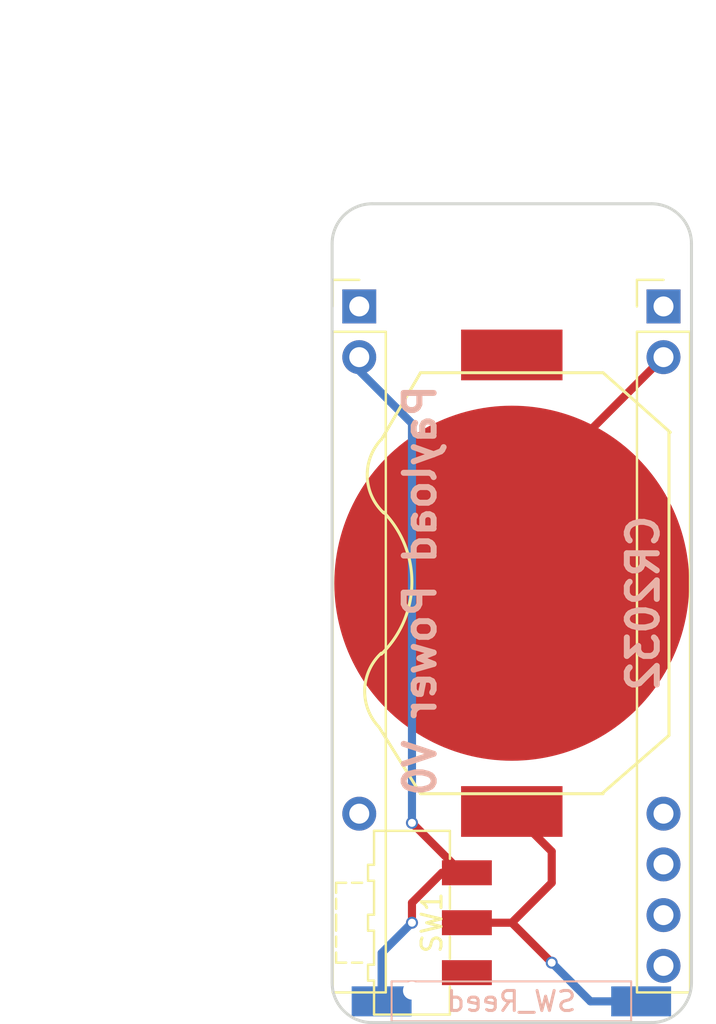
<source format=kicad_pcb>
(kicad_pcb (version 4) (host pcbnew 4.0.7)

  (general
    (links 6)
    (no_connects 1)
    (area 128.104999 73.524999 146.255001 114.675001)
    (thickness 1.6)
    (drawings 20)
    (tracks 22)
    (zones 0)
    (modules 5)
    (nets 12)
  )

  (page A4)
  (layers
    (0 F.Cu signal)
    (31 B.Cu signal)
    (32 B.Adhes user)
    (33 F.Adhes user)
    (34 B.Paste user)
    (35 F.Paste user)
    (36 B.SilkS user)
    (37 F.SilkS user)
    (38 B.Mask user)
    (39 F.Mask user)
    (40 Dwgs.User user)
    (41 Cmts.User user)
    (42 Eco1.User user)
    (43 Eco2.User user hide)
    (44 Edge.Cuts user)
    (45 Margin user)
    (46 B.CrtYd user)
    (47 F.CrtYd user)
    (48 B.Fab user)
    (49 F.Fab user hide)
  )

  (setup
    (last_trace_width 0.25)
    (user_trace_width 0.254)
    (user_trace_width 0.3048)
    (user_trace_width 0.4064)
    (user_trace_width 0.6096)
    (trace_clearance 0.2)
    (zone_clearance 0.508)
    (zone_45_only no)
    (trace_min 0.2)
    (segment_width 0.2)
    (edge_width 0.15)
    (via_size 0.6)
    (via_drill 0.4)
    (via_min_size 0.4)
    (via_min_drill 0.3)
    (uvia_size 0.3)
    (uvia_drill 0.1)
    (uvias_allowed no)
    (uvia_min_size 0.2)
    (uvia_min_drill 0.1)
    (pcb_text_width 0.3)
    (pcb_text_size 1.5 1.5)
    (mod_edge_width 0.15)
    (mod_text_size 1 1)
    (mod_text_width 0.15)
    (pad_size 1.6 1.6)
    (pad_drill 0.508)
    (pad_to_mask_clearance 0)
    (aux_axis_origin -2.54 3.81)
    (grid_origin 170.18 101.6)
    (visible_elements 7FFFFFFF)
    (pcbplotparams
      (layerselection 0x00030_80000001)
      (usegerberextensions false)
      (excludeedgelayer true)
      (linewidth 0.100000)
      (plotframeref false)
      (viasonmask false)
      (mode 1)
      (useauxorigin false)
      (hpglpennumber 1)
      (hpglpenspeed 20)
      (hpglpendiameter 15)
      (hpglpenoverlay 2)
      (psnegative false)
      (psa4output false)
      (plotreference true)
      (plotvalue true)
      (plotinvisibletext false)
      (padsonsilk false)
      (subtractmaskfromsilk false)
      (outputformat 1)
      (mirror false)
      (drillshape 1)
      (scaleselection 1)
      (outputdirectory ""))
  )

  (net 0 "")
  (net 1 GND)
  (net 2 VCC)
  (net 3 /SCL)
  (net 4 /SDA)
  (net 5 "Net-(J1-Pad1)")
  (net 6 "Net-(J2-Pad1)")
  (net 7 "Net-(J2-Pad13)")
  (net 8 "Net-(J2-Pad14)")
  (net 9 /D13)
  (net 10 "Net-(BT1-Pad1)")
  (net 11 "Net-(SW1-Pad3)")

  (net_class Default "This is the default net class."
    (clearance 0.2)
    (trace_width 0.25)
    (via_dia 0.6)
    (via_drill 0.4)
    (uvia_dia 0.3)
    (uvia_drill 0.1)
    (add_net /D13)
    (add_net /SCL)
    (add_net /SDA)
    (add_net GND)
    (add_net "Net-(BT1-Pad1)")
    (add_net "Net-(J1-Pad1)")
    (add_net "Net-(J2-Pad1)")
    (add_net "Net-(J2-Pad13)")
    (add_net "Net-(J2-Pad14)")
    (add_net "Net-(SW1-Pad3)")
    (add_net VCC)
  )

  (module Pin_Headers:Pin_Header_Straight_1x14_Pitch2.54mm (layer F.Cu) (tedit 5B562AAF) (tstamp 5B56098B)
    (at 144.78 78.74)
    (descr "Through hole straight pin header, 1x14, 2.54mm pitch, single row")
    (tags "Through hole pin header THT 1x14 2.54mm single row")
    (path /5B5636FE)
    (fp_text reference J2 (at 0 -2.33) (layer F.SilkS) hide
      (effects (font (size 1 1) (thickness 0.15)))
    )
    (fp_text value "Itsy Right" (at 0 35.35) (layer F.Fab)
      (effects (font (size 1 1) (thickness 0.15)))
    )
    (fp_line (start -0.635 -1.27) (end 1.27 -1.27) (layer F.Fab) (width 0.1))
    (fp_line (start 1.27 -1.27) (end 1.27 34.29) (layer F.Fab) (width 0.1))
    (fp_line (start 1.27 34.29) (end -1.27 34.29) (layer F.Fab) (width 0.1))
    (fp_line (start -1.27 34.29) (end -1.27 -0.635) (layer F.Fab) (width 0.1))
    (fp_line (start -1.27 -0.635) (end -0.635 -1.27) (layer F.Fab) (width 0.1))
    (fp_line (start -1.33 34.35) (end 1.33 34.35) (layer F.SilkS) (width 0.12))
    (fp_line (start -1.33 1.27) (end -1.33 34.35) (layer F.SilkS) (width 0.12))
    (fp_line (start 1.33 1.27) (end 1.33 34.35) (layer F.SilkS) (width 0.12))
    (fp_line (start -1.33 1.27) (end 1.33 1.27) (layer F.SilkS) (width 0.12))
    (fp_line (start -1.33 0) (end -1.33 -1.33) (layer F.SilkS) (width 0.12))
    (fp_line (start -1.33 -1.33) (end 0 -1.33) (layer F.SilkS) (width 0.12))
    (fp_line (start -1.8 -1.8) (end -1.8 34.8) (layer F.CrtYd) (width 0.05))
    (fp_line (start -1.8 34.8) (end 1.8 34.8) (layer F.CrtYd) (width 0.05))
    (fp_line (start 1.8 34.8) (end 1.8 -1.8) (layer F.CrtYd) (width 0.05))
    (fp_line (start 1.8 -1.8) (end -1.8 -1.8) (layer F.CrtYd) (width 0.05))
    (fp_text user %R (at 0 16.51 90) (layer F.Fab)
      (effects (font (size 1 1) (thickness 0.15)))
    )
    (pad 1 thru_hole rect (at 0 0) (size 1.7 1.7) (drill 1) (layers *.Cu *.Mask)
      (net 6 "Net-(J2-Pad1)"))
    (pad 2 thru_hole oval (at 0 2.54) (size 1.7 1.7) (drill 1) (layers *.Cu *.Mask)
      (net 1 GND))
    (pad 11 thru_hole oval (at 0 25.4) (size 1.7 1.7) (drill 1) (layers *.Cu *.Mask)
      (net 3 /SCL))
    (pad 12 thru_hole oval (at 0 27.94) (size 1.7 1.7) (drill 1) (layers *.Cu *.Mask)
      (net 4 /SDA))
    (pad 13 thru_hole oval (at 0 30.48) (size 1.7 1.7) (drill 1) (layers *.Cu *.Mask)
      (net 7 "Net-(J2-Pad13)"))
    (pad 14 thru_hole oval (at 0 33.02) (size 1.7 1.7) (drill 1) (layers *.Cu *.Mask)
      (net 8 "Net-(J2-Pad14)"))
    (model ${KISYS3DMOD}/Pin_Headers.3dshapes/Pin_Header_Straight_1x14_Pitch2.54mm.wrl
      (at (xyz 0 0 0))
      (scale (xyz 1 1 1))
      (rotate (xyz 0 0 0))
    )
  )

  (module Pin_Headers:Pin_Header_Straight_1x14_Pitch2.54mm (layer F.Cu) (tedit 5B562A8F) (tstamp 5B560969)
    (at 129.54 78.74)
    (descr "Through hole straight pin header, 1x14, 2.54mm pitch, single row")
    (tags "Through hole pin header THT 1x14 2.54mm single row")
    (path /5B5636A7)
    (fp_text reference J1 (at 0 -2.33) (layer F.SilkS) hide
      (effects (font (size 1 1) (thickness 0.15)))
    )
    (fp_text value "Isty Left" (at 0 35.35) (layer F.Fab)
      (effects (font (size 1 1) (thickness 0.15)))
    )
    (fp_line (start -0.635 -1.27) (end 1.27 -1.27) (layer F.Fab) (width 0.1))
    (fp_line (start 1.27 -1.27) (end 1.27 34.29) (layer F.Fab) (width 0.1))
    (fp_line (start 1.27 34.29) (end -1.27 34.29) (layer F.Fab) (width 0.1))
    (fp_line (start -1.27 34.29) (end -1.27 -0.635) (layer F.Fab) (width 0.1))
    (fp_line (start -1.27 -0.635) (end -0.635 -1.27) (layer F.Fab) (width 0.1))
    (fp_line (start -1.33 34.35) (end 1.33 34.35) (layer F.SilkS) (width 0.12))
    (fp_line (start -1.33 1.27) (end -1.33 34.35) (layer F.SilkS) (width 0.12))
    (fp_line (start 1.33 1.27) (end 1.33 34.35) (layer F.SilkS) (width 0.12))
    (fp_line (start -1.33 1.27) (end 1.33 1.27) (layer F.SilkS) (width 0.12))
    (fp_line (start -1.33 0) (end -1.33 -1.33) (layer F.SilkS) (width 0.12))
    (fp_line (start -1.33 -1.33) (end 0 -1.33) (layer F.SilkS) (width 0.12))
    (fp_line (start -1.8 -1.8) (end -1.8 34.8) (layer F.CrtYd) (width 0.05))
    (fp_line (start -1.8 34.8) (end 1.8 34.8) (layer F.CrtYd) (width 0.05))
    (fp_line (start 1.8 34.8) (end 1.8 -1.8) (layer F.CrtYd) (width 0.05))
    (fp_line (start 1.8 -1.8) (end -1.8 -1.8) (layer F.CrtYd) (width 0.05))
    (fp_text user %R (at 0 16.51 90) (layer F.Fab)
      (effects (font (size 1 1) (thickness 0.15)))
    )
    (pad 1 thru_hole rect (at 0 0) (size 1.7 1.7) (drill 1) (layers *.Cu *.Mask)
      (net 5 "Net-(J1-Pad1)"))
    (pad 2 thru_hole oval (at 0 2.54) (size 1.7 1.7) (drill 1) (layers *.Cu *.Mask)
      (net 2 VCC))
    (pad 11 thru_hole oval (at 0 25.4) (size 1.7 1.7) (drill 1) (layers *.Cu *.Mask)
      (net 9 /D13))
    (model ${KISYS3DMOD}/Pin_Headers.3dshapes/Pin_Header_Straight_1x14_Pitch2.54mm.wrl
      (at (xyz 0 0 0))
      (scale (xyz 1 1 1))
      (rotate (xyz 0 0 0))
    )
  )

  (module Buttons_Switches_SMD:SW_SPDT_CK-JS102011SAQN (layer F.Cu) (tedit 5B562C08) (tstamp 5B562485)
    (at 132.18 109.6 270)
    (descr http://www.ckswitches.com/media/1422/js.pdf)
    (tags "switch spdt")
    (path /5B4A3BF4)
    (attr smd)
    (fp_text reference SW1 (at 0 -1 270) (layer F.SilkS)
      (effects (font (size 1 1) (thickness 0.15)))
    )
    (fp_text value SW_SPDT (at 0 -2.9 270) (layer F.Fab)
      (effects (font (size 1 1) (thickness 0.15)))
    )
    (fp_line (start -4.5 -1.8) (end 4.5 -1.8) (layer F.Fab) (width 0.1))
    (fp_line (start 4.5 -1.8) (end 4.5 1.8) (layer F.Fab) (width 0.1))
    (fp_line (start 4.5 1.8) (end -4.4 1.8) (layer F.Fab) (width 0.1))
    (fp_line (start -4.4 1.8) (end -4.5 1.8) (layer F.Fab) (width 0.1))
    (fp_line (start -4.5 1.8) (end -4.5 1.8) (layer F.Fab) (width 0.1))
    (fp_line (start -4.5 -1.8) (end -4.5 1.8) (layer F.Fab) (width 0.1))
    (fp_line (start -4.5 1.8) (end -4.5 1.8) (layer F.Fab) (width 0.1))
    (fp_text user %R (at 0 0 270) (layer F.Fab)
      (effects (font (size 1 1) (thickness 0.15)))
    )
    (fp_line (start -1.5 1.8) (end -1.5 1.8) (layer F.Fab) (width 0.1))
    (fp_line (start 3.2 -1.9) (end 4.6 -1.9) (layer F.SilkS) (width 0.12))
    (fp_line (start 4.6 -1.9) (end 4.6 1.9) (layer F.SilkS) (width 0.12))
    (fp_line (start -4.6 1.9) (end -4.6 -1.9) (layer F.SilkS) (width 0.12))
    (fp_line (start -4.6 -1.9) (end -3.2 -1.9) (layer F.SilkS) (width 0.12))
    (fp_line (start 1.8 -1.9) (end 0.7 -1.9) (layer F.SilkS) (width 0.12))
    (fp_line (start 0.7 -1.9) (end 0.7 -1.9) (layer F.SilkS) (width 0.12))
    (fp_line (start -0.7 -1.9) (end -1.8 -1.9) (layer F.SilkS) (width 0.12))
    (fp_line (start -1.8 -1.9) (end -1.8 -1.9) (layer F.SilkS) (width 0.12))
    (fp_line (start 0.3 1.8) (end 0.3 2.1) (layer F.Fab) (width 0.1))
    (fp_line (start 0.3 2.1) (end -0.3 2.1) (layer F.Fab) (width 0.1))
    (fp_line (start -0.3 2.1) (end -0.3 1.8) (layer F.Fab) (width 0.1))
    (fp_line (start -0.3 1.8) (end -0.3 1.8) (layer F.Fab) (width 0.1))
    (fp_line (start -2.2 1.8) (end -2.2 2.1) (layer F.Fab) (width 0.1))
    (fp_line (start -2.2 2.1) (end -2.8 2.1) (layer F.Fab) (width 0.1))
    (fp_line (start -2.8 2.1) (end -2.8 1.8) (layer F.Fab) (width 0.1))
    (fp_line (start -2.8 1.8) (end -2.8 1.8) (layer F.Fab) (width 0.1))
    (fp_line (start 2.2 1.8) (end 2.2 2.1) (layer F.Fab) (width 0.1))
    (fp_line (start 2.2 2.1) (end 2.8 2.1) (layer F.Fab) (width 0.1))
    (fp_line (start 2.8 2.1) (end 2.8 1.8) (layer F.Fab) (width 0.1))
    (fp_line (start 2.8 1.8) (end 2.8 1.8) (layer F.Fab) (width 0.1))
    (fp_line (start 4.6 1.9) (end 2.9 1.9) (layer F.SilkS) (width 0.12))
    (fp_line (start 2.9 1.9) (end 2.9 2.2) (layer F.SilkS) (width 0.12))
    (fp_line (start 2.9 2.2) (end 2.1 2.2) (layer F.SilkS) (width 0.12))
    (fp_line (start 2.1 2.2) (end 2.1 1.9) (layer F.SilkS) (width 0.12))
    (fp_line (start 2.1 1.9) (end 0.4 1.9) (layer F.SilkS) (width 0.12))
    (fp_line (start 0.4 1.9) (end 0.4 2.2) (layer F.SilkS) (width 0.12))
    (fp_line (start 0.4 2.2) (end -0.4 2.2) (layer F.SilkS) (width 0.12))
    (fp_line (start -0.4 2.2) (end -0.4 1.9) (layer F.SilkS) (width 0.12))
    (fp_line (start -0.4 1.9) (end -2.1 1.9) (layer F.SilkS) (width 0.12))
    (fp_line (start -2.1 1.9) (end -2.1 2.2) (layer F.SilkS) (width 0.12))
    (fp_line (start -2.1 2.2) (end -2.9 2.2) (layer F.SilkS) (width 0.12))
    (fp_line (start -2.9 2.2) (end -2.9 1.9) (layer F.SilkS) (width 0.12))
    (fp_line (start -2.9 1.9) (end -4.6 1.9) (layer F.SilkS) (width 0.12))
    (fp_line (start -4.6 1.9) (end -4.6 1.9) (layer F.SilkS) (width 0.12))
    (fp_line (start -0.5 1.8) (end -0.5 3.8) (layer F.Fab) (width 0.1))
    (fp_line (start -0.5 3.8) (end -2 3.8) (layer F.Fab) (width 0.1))
    (fp_line (start -2 3.8) (end -2 1.8) (layer F.Fab) (width 0.1))
    (fp_line (start -2 1.8) (end -2 1.8) (layer F.Fab) (width 0.1))
    (fp_line (start -5 -2.25) (end -5 2.25) (layer F.CrtYd) (width 0.05))
    (fp_line (start -5 2.25) (end -3.25 2.25) (layer F.CrtYd) (width 0.05))
    (fp_line (start -3.25 2.25) (end -3.25 2.75) (layer F.CrtYd) (width 0.05))
    (fp_line (start -3.25 2.75) (end -2.5 2.75) (layer F.CrtYd) (width 0.05))
    (fp_line (start -2.5 2.75) (end -2.5 4.25) (layer F.CrtYd) (width 0.05))
    (fp_line (start -2.5 4.25) (end 2.5 4.25) (layer F.CrtYd) (width 0.05))
    (fp_line (start 2.5 4.25) (end 2.5 2.5) (layer F.CrtYd) (width 0.05))
    (fp_line (start 2.5 2.5) (end 3.25 2.5) (layer F.CrtYd) (width 0.05))
    (fp_line (start 3.25 2.5) (end 3.25 2.25) (layer F.CrtYd) (width 0.05))
    (fp_line (start 3.25 2.25) (end 5 2.25) (layer F.CrtYd) (width 0.05))
    (fp_line (start 5 2.25) (end 5 -2.25) (layer F.CrtYd) (width 0.05))
    (fp_line (start 5 -2.25) (end 3.5 -2.25) (layer F.CrtYd) (width 0.05))
    (fp_line (start 3.5 -2.25) (end 3.5 -4.5) (layer F.CrtYd) (width 0.05))
    (fp_line (start 3.5 -4.5) (end -3.5 -4.5) (layer F.CrtYd) (width 0.05))
    (fp_line (start -3.5 -4.5) (end -3.5 -2.25) (layer F.CrtYd) (width 0.05))
    (fp_line (start -3.5 -2.25) (end -5 -2.25) (layer F.CrtYd) (width 0.05))
    (fp_line (start -5 -2.25) (end -5 -2.25) (layer F.CrtYd) (width 0.05))
    (fp_line (start -2 3.8) (end -2 3.3) (layer F.SilkS) (width 0.12))
    (fp_line (start -2 3.3) (end -2 3.3) (layer F.SilkS) (width 0.12))
    (fp_line (start -2 3.8) (end -1.5 3.8) (layer F.SilkS) (width 0.12))
    (fp_line (start -1.5 3.8) (end -1.5 3.8) (layer F.SilkS) (width 0.12))
    (fp_line (start 2 3.8) (end 1.5 3.8) (layer F.SilkS) (width 0.12))
    (fp_line (start 1.5 3.8) (end 1.5 3.8) (layer F.SilkS) (width 0.12))
    (fp_line (start 2 3.8) (end 2 3.3) (layer F.SilkS) (width 0.12))
    (fp_line (start 2 3.3) (end 2 3.3) (layer F.SilkS) (width 0.12))
    (fp_line (start 2 3) (end 2 2.5) (layer F.SilkS) (width 0.12))
    (fp_line (start 2 2.5) (end 2 2.5) (layer F.SilkS) (width 0.12))
    (fp_line (start -2 3) (end -2 2.5) (layer F.SilkS) (width 0.12))
    (fp_line (start -2 2.5) (end -2 2.5) (layer F.SilkS) (width 0.12))
    (fp_line (start -1.2 3.8) (end -0.7 3.8) (layer F.SilkS) (width 0.12))
    (fp_line (start -0.7 3.8) (end -0.7 3.8) (layer F.SilkS) (width 0.12))
    (fp_line (start 1.2 3.8) (end 0.7 3.8) (layer F.SilkS) (width 0.12))
    (fp_line (start 0.7 3.8) (end 0.7 3.8) (layer F.SilkS) (width 0.12))
    (fp_line (start 0.4 3.8) (end -0.4 3.8) (layer F.SilkS) (width 0.12))
    (fp_line (start -0.4 3.8) (end -0.4 3.8) (layer F.SilkS) (width 0.12))
    (pad 1 smd rect (at -2.5 -2.75 270) (size 1.25 2.5) (layers F.Cu F.Paste F.Mask)
      (net 2 VCC))
    (pad 2 smd rect (at 0 -2.75 270) (size 1.25 2.5) (layers F.Cu F.Paste F.Mask)
      (net 10 "Net-(BT1-Pad1)"))
    (pad 3 smd rect (at 2.5 -2.75 270) (size 1.25 2.5) (layers F.Cu F.Paste F.Mask)
      (net 11 "Net-(SW1-Pad3)"))
    (pad "" np_thru_hole circle (at -3.4 0 270) (size 0.9 0.9) (drill 0.9) (layers *.Cu *.Mask))
    (pad "" np_thru_hole circle (at 3.4 0 270) (size 0.9 0.9) (drill 0.9) (layers *.Cu *.Mask))
    (model ${KISYS3DMOD}/Buttons_Switches_SMD.3dshapes/SW_SPDT_CK-JS102011SAQN.wrl
      (at (xyz 0 0 0))
      (scale (xyz 1 1 1))
      (rotate (xyz 0 0 0))
    )
  )

  (module footprints:REED_SWITCH (layer B.Cu) (tedit 5B562C0A) (tstamp 5B562494)
    (at 137.16 113.538)
    (descr "Resistor SMD 1206, reflow soldering, Vishay (see dcrcw.pdf)")
    (tags "resistor 1206")
    (path /5B4A076E)
    (attr smd)
    (fp_text reference SW2 (at 0.02 0.062) (layer B.SilkS) hide
      (effects (font (size 1 1) (thickness 0.15)) (justify mirror))
    )
    (fp_text value SW_Reed (at 0 0) (layer B.SilkS)
      (effects (font (size 1 1) (thickness 0.15)) (justify mirror))
    )
    (fp_line (start -6 1) (end 6 1) (layer B.SilkS) (width 0.1))
    (fp_line (start 6 1) (end 6 -1) (layer B.SilkS) (width 0.1))
    (fp_line (start 6 -1) (end -6 -1) (layer B.SilkS) (width 0.1))
    (fp_line (start -6 -1) (end -6 1) (layer B.SilkS) (width 0.1))
    (fp_text user %R (at 0 0) (layer B.Fab)
      (effects (font (size 0.7 0.7) (thickness 0.105)) (justify mirror))
    )
    (fp_line (start -2.15 1.11) (end 2.15 1.11) (layer B.CrtYd) (width 0.05))
    (fp_line (start -2.15 1.11) (end -2.15 -1.1) (layer B.CrtYd) (width 0.05))
    (fp_line (start 2.15 -1.1) (end 2.15 1.11) (layer B.CrtYd) (width 0.05))
    (fp_line (start 2.15 -1.1) (end -2.15 -1.1) (layer B.CrtYd) (width 0.05))
    (pad 1 smd rect (at -6.5 0) (size 3 1.5) (layers B.Cu B.Paste B.Mask)
      (net 2 VCC))
    (pad 2 smd rect (at 6.5 0) (size 3 1.5) (layers B.Cu B.Paste B.Mask)
      (net 10 "Net-(BT1-Pad1)"))
    (model ${KISYS3DMOD}/Resistors_SMD.3dshapes/R_1206.wrl
      (at (xyz 0 0 0))
      (scale (xyz 1 1 1))
      (rotate (xyz 0 0 0))
    )
  )

  (module footprints:BATT_CR2032_SMD (layer F.Cu) (tedit 56CFB5D2) (tstamp 5B5626E9)
    (at 137.18 92.6 270)
    (tags battery)
    (path /5AF1FE3D)
    (fp_text reference BT1 (at 0 5.08 270) (layer F.SilkS) hide
      (effects (font (size 1.72974 1.08712) (thickness 0.27178)))
    )
    (fp_text value Battery_Cell (at 0 -2.54 270) (layer F.SilkS) hide
      (effects (font (size 1.524 1.016) (thickness 0.254)))
    )
    (fp_line (start -7.1755 6.5405) (end -10.541 4.572) (layer F.SilkS) (width 0.15))
    (fp_line (start 7.1755 6.6675) (end 10.541 4.572) (layer F.SilkS) (width 0.15))
    (fp_arc (start -5.4229 4.6355) (end -3.5179 6.4135) (angle 90) (layer F.SilkS) (width 0.15))
    (fp_arc (start 5.4102 4.7625) (end 7.1882 6.6675) (angle 90) (layer F.SilkS) (width 0.15))
    (fp_arc (start -0.0635 10.033) (end -3.556 6.4135) (angle 90) (layer F.SilkS) (width 0.15))
    (fp_line (start 7.62 -7.874) (end 10.541 -4.5085) (layer F.SilkS) (width 0.15))
    (fp_line (start -10.541 -4.572) (end -7.5565 -7.9375) (layer F.SilkS) (width 0.15))
    (fp_line (start -7.62 -7.874) (end 7.62 -7.874) (layer F.SilkS) (width 0.15))
    (fp_line (start -10.541 4.572) (end -10.541 -4.572) (layer F.SilkS) (width 0.15))
    (fp_line (start 10.541 4.572) (end 10.541 -4.572) (layer F.SilkS) (width 0.15))
    (fp_circle (center 0 0) (end -10.16 0) (layer Dwgs.User) (width 0.15))
    (pad 2 smd circle (at 0 0 270) (size 17.78 17.78) (layers F.Cu F.Paste F.Mask)
      (net 1 GND))
    (pad 1 smd rect (at -11.43 0 270) (size 2.54 5.08) (layers F.Cu F.Paste F.Mask)
      (net 10 "Net-(BT1-Pad1)"))
    (pad 1 smd rect (at 11.43 0 270) (size 2.54 5.08) (layers F.Cu F.Paste F.Mask)
      (net 10 "Net-(BT1-Pad1)"))
  )

  (gr_text CR2032 (at 143.764 93.599 90) (layer B.SilkS)
    (effects (font (size 1.5 1.5) (thickness 0.3)) (justify mirror))
  )
  (gr_text "Payload Power V0" (at 132.588 92.964 90) (layer B.SilkS)
    (effects (font (size 1.5 1.5) (thickness 0.3)) (justify mirror))
  )
  (gr_line (start 128.18 75.6) (end 128.18 112.6) (angle 90) (layer Edge.Cuts) (width 0.15))
  (gr_line (start 146.18 112.6) (end 146.18 75.6) (angle 90) (layer Edge.Cuts) (width 0.15))
  (gr_line (start 139.7 81.28) (end 134.62 81.28) (angle 90) (layer Dwgs.User) (width 0.2))
  (gr_line (start 139.7 78.74) (end 139.7 81.28) (angle 90) (layer Dwgs.User) (width 0.2))
  (gr_line (start 134.62 78.74) (end 139.7 78.74) (angle 90) (layer Dwgs.User) (width 0.2))
  (gr_line (start 134.62 81.28) (end 134.62 78.74) (angle 90) (layer Dwgs.User) (width 0.2))
  (gr_line (start 134.62 78.74) (end 134.62 81.28) (angle 90) (layer Dwgs.User) (width 0.2))
  (gr_circle (center 137.16 91.44) (end 144.78 96.52) (layer Dwgs.User) (width 0.2))
  (dimension 18 (width 0.3) (layer Dwgs.User)
    (gr_text "18.000 mm" (at 137.18 65.25) (layer Dwgs.User)
      (effects (font (size 1.5 1.5) (thickness 0.3)))
    )
    (feature1 (pts (xy 146.18 73.6) (xy 146.18 63.9)))
    (feature2 (pts (xy 128.18 73.6) (xy 128.18 63.9)))
    (crossbar (pts (xy 128.18 66.6) (xy 146.18 66.6)))
    (arrow1a (pts (xy 146.18 66.6) (xy 145.053496 67.186421)))
    (arrow1b (pts (xy 146.18 66.6) (xy 145.053496 66.013579)))
    (arrow2a (pts (xy 128.18 66.6) (xy 129.306504 67.186421)))
    (arrow2b (pts (xy 128.18 66.6) (xy 129.306504 66.013579)))
  )
  (gr_line (start 144.18 114.6) (end 130.18 114.6) (angle 90) (layer Edge.Cuts) (width 0.15))
  (gr_line (start 130.18 73.6) (end 144.18 73.6) (angle 90) (layer Edge.Cuts) (width 0.15))
  (gr_arc (start 144.18 75.6) (end 144.18 73.6) (angle 90) (layer Edge.Cuts) (width 0.15))
  (gr_arc (start 130.18 75.6) (end 128.18 75.6) (angle 90) (layer Edge.Cuts) (width 0.15))
  (gr_arc (start 130.18 112.6) (end 130.18 114.6) (angle 90) (layer Edge.Cuts) (width 0.15))
  (gr_arc (start 144.18 112.6) (end 146.18 112.6) (angle 90) (layer Edge.Cuts) (width 0.15))
  (gr_line (start 128.18 73.6) (end 146.18 73.6) (angle 90) (layer Dwgs.User) (width 0.2))
  (gr_line (start 146.18 114.6) (end 128.18 114.6) (angle 90) (layer Dwgs.User) (width 0.2))
  (dimension 38 (width 0.3) (layer Dwgs.User)
    (gr_text "38.000 mm" (at 117.83 94.6 90) (layer Dwgs.User)
      (effects (font (size 1.5 1.5) (thickness 0.3)))
    )
    (feature1 (pts (xy 125.18 75.6) (xy 116.48 75.6)))
    (feature2 (pts (xy 125.18 113.6) (xy 116.48 113.6)))
    (crossbar (pts (xy 119.18 113.6) (xy 119.18 75.6)))
    (arrow1a (pts (xy 119.18 75.6) (xy 119.766421 76.726504)))
    (arrow1b (pts (xy 119.18 75.6) (xy 118.593579 76.726504)))
    (arrow2a (pts (xy 119.18 113.6) (xy 119.766421 112.473496)))
    (arrow2b (pts (xy 119.18 113.6) (xy 118.593579 112.473496)))
  )

  (segment (start 137.18 92.6) (end 137.18 88.88) (width 0.4064) (layer F.Cu) (net 1))
  (segment (start 137.18 88.88) (end 144.78 81.28) (width 0.4064) (layer F.Cu) (net 1) (tstamp 5B562D55))
  (segment (start 134.93 107.1) (end 133.68 107.1) (width 0.4064) (layer F.Cu) (net 2))
  (segment (start 133.68 107.1) (end 132.18 108.6) (width 0.4064) (layer F.Cu) (net 2) (tstamp 5B562E32))
  (segment (start 130.66 111.12) (end 130.66 113.538) (width 0.4064) (layer B.Cu) (net 2) (tstamp 5B562E36))
  (segment (start 132.18 109.6) (end 130.66 111.12) (width 0.4064) (layer B.Cu) (net 2) (tstamp 5B562E35))
  (via (at 132.18 109.6) (size 0.6) (drill 0.4) (layers F.Cu B.Cu) (net 2))
  (segment (start 132.18 108.6) (end 132.18 109.6) (width 0.4064) (layer F.Cu) (net 2) (tstamp 5B562E33))
  (segment (start 134.93 107.1) (end 134.68 107.1) (width 0.4064) (layer F.Cu) (net 2))
  (segment (start 134.68 107.1) (end 132.18 104.6) (width 0.4064) (layer F.Cu) (net 2) (tstamp 5B562D5A))
  (segment (start 132.18 84.6) (end 129.54 81.96) (width 0.4064) (layer B.Cu) (net 2) (tstamp 5B562D5D))
  (segment (start 132.18 104.6) (end 132.18 84.6) (width 0.4064) (layer B.Cu) (net 2) (tstamp 5B562D5C))
  (via (at 132.18 104.6) (size 0.6) (drill 0.4) (layers F.Cu B.Cu) (net 2))
  (segment (start 129.54 81.96) (end 129.54 81.28) (width 0.4064) (layer B.Cu) (net 2) (tstamp 5B562D5E))
  (segment (start 134.93 109.6) (end 137.18 109.6) (width 0.4064) (layer F.Cu) (net 10))
  (segment (start 137.18 109.6) (end 139.18 111.6) (width 0.4064) (layer F.Cu) (net 10) (tstamp 5B562E29))
  (segment (start 141.118 113.538) (end 143.66 113.538) (width 0.4064) (layer B.Cu) (net 10) (tstamp 5B562E2E))
  (segment (start 139.18 111.6) (end 141.118 113.538) (width 0.4064) (layer B.Cu) (net 10) (tstamp 5B562E2D))
  (via (at 139.18 111.6) (size 0.6) (drill 0.4) (layers F.Cu B.Cu) (net 10))
  (segment (start 137.18 109.6) (end 139.18 107.6) (width 0.4064) (layer F.Cu) (net 10) (tstamp 5B562D4F))
  (segment (start 139.18 106.03) (end 137.18 104.03) (width 0.4064) (layer F.Cu) (net 10) (tstamp 5B562D52))
  (segment (start 139.18 107.6) (end 139.18 106.03) (width 0.4064) (layer F.Cu) (net 10) (tstamp 5B562D51))

)

</source>
